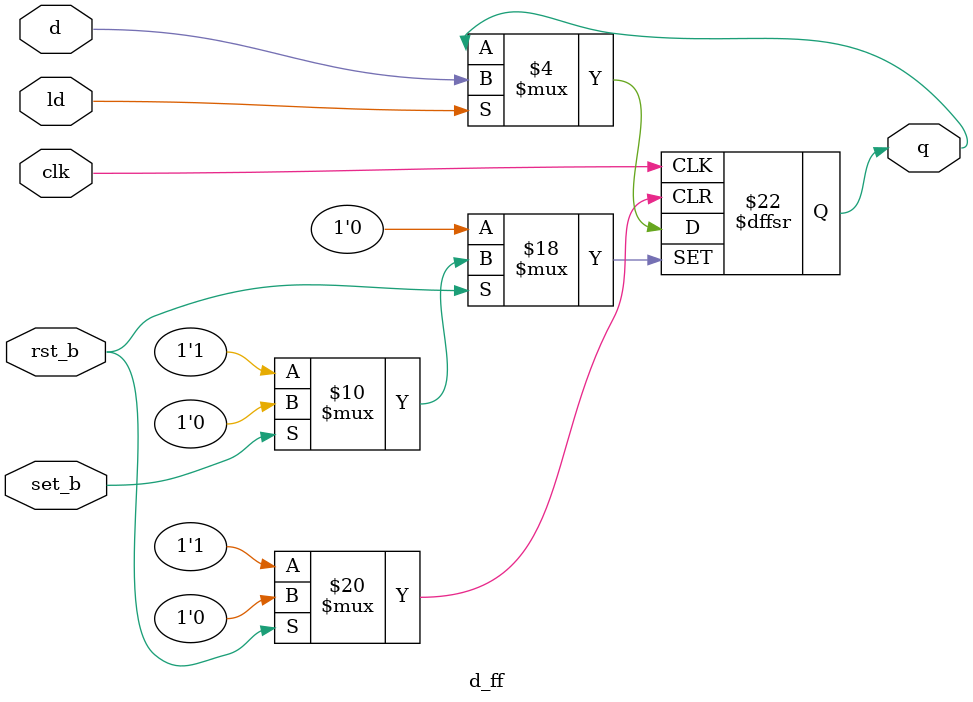
<source format=v>
module d_ff (
input clk , 
input ld,
input rst_b,
input set_b, 
input d , 
output reg q 
);

always @ (posedge clk, negedge rst_b, negedge set_b)
	if(set_b == 0)
	   q  <= 1;
	else if(rst_b == 0)
	   q <= 0;
	else if(ld)
	   q <= d;
endmodule
	


</source>
